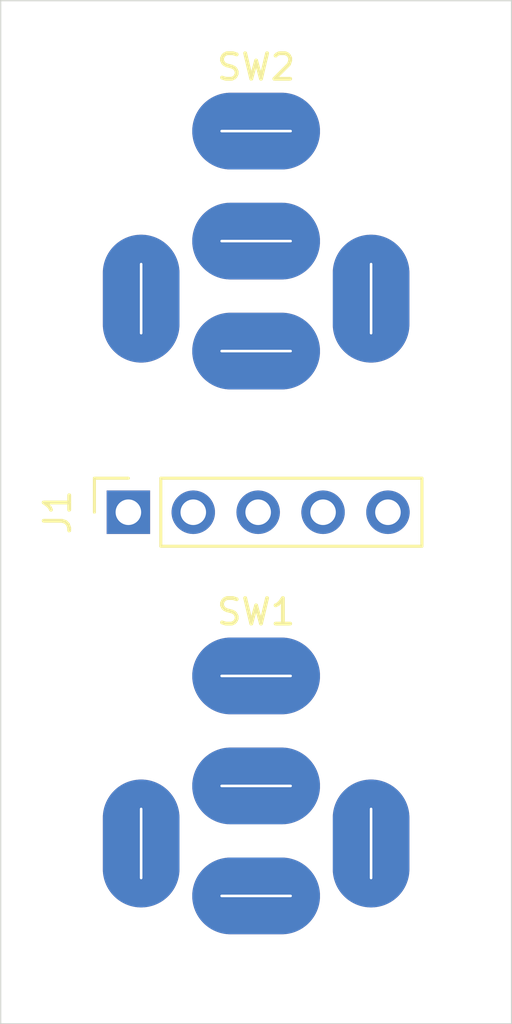
<source format=kicad_pcb>
(kicad_pcb (version 20171130) (host pcbnew 5.1.6-c6e7f7d~87~ubuntu20.04.1)

  (general
    (thickness 1.6)
    (drawings 4)
    (tracks 0)
    (zones 0)
    (modules 3)
    (nets 6)
  )

  (page A4)
  (layers
    (0 F.Cu signal)
    (31 B.Cu signal)
    (32 B.Adhes user)
    (33 F.Adhes user)
    (34 B.Paste user)
    (35 F.Paste user)
    (36 B.SilkS user)
    (37 F.SilkS user)
    (38 B.Mask user)
    (39 F.Mask user)
    (40 Dwgs.User user)
    (41 Cmts.User user)
    (42 Eco1.User user)
    (43 Eco2.User user)
    (44 Edge.Cuts user)
    (45 Margin user)
    (46 B.CrtYd user)
    (47 F.CrtYd user)
    (48 B.Fab user)
    (49 F.Fab user)
  )

  (setup
    (last_trace_width 0.25)
    (trace_clearance 0.2)
    (zone_clearance 0.508)
    (zone_45_only no)
    (trace_min 0.2)
    (via_size 0.8)
    (via_drill 0.4)
    (via_min_size 0.4)
    (via_min_drill 0.3)
    (uvia_size 0.3)
    (uvia_drill 0.1)
    (uvias_allowed no)
    (uvia_min_size 0.2)
    (uvia_min_drill 0.1)
    (edge_width 0.05)
    (segment_width 0.2)
    (pcb_text_width 0.3)
    (pcb_text_size 1.5 1.5)
    (mod_edge_width 0.12)
    (mod_text_size 1 1)
    (mod_text_width 0.15)
    (pad_size 1.524 1.524)
    (pad_drill 0.762)
    (pad_to_mask_clearance 0.05)
    (aux_axis_origin 0 0)
    (visible_elements FFFFFF7F)
    (pcbplotparams
      (layerselection 0x010fc_ffffffff)
      (usegerberextensions false)
      (usegerberattributes true)
      (usegerberadvancedattributes true)
      (creategerberjobfile true)
      (excludeedgelayer true)
      (linewidth 0.100000)
      (plotframeref false)
      (viasonmask false)
      (mode 1)
      (useauxorigin false)
      (hpglpennumber 1)
      (hpglpenspeed 20)
      (hpglpendiameter 15.000000)
      (psnegative false)
      (psa4output false)
      (plotreference true)
      (plotvalue true)
      (plotinvisibletext false)
      (padsonsilk false)
      (subtractmaskfromsilk false)
      (outputformat 1)
      (mirror false)
      (drillshape 1)
      (scaleselection 1)
      (outputdirectory ""))
  )

  (net 0 "")
  (net 1 B_led)
  (net 2 B_sig)
  (net 3 O_led)
  (net 4 O_sig)
  (net 5 GND)

  (net_class Default "This is the default net class."
    (clearance 0.2)
    (trace_width 0.25)
    (via_dia 0.8)
    (via_drill 0.4)
    (uvia_dia 0.3)
    (uvia_drill 0.1)
    (add_net B_led)
    (add_net B_sig)
    (add_net GND)
    (add_net O_led)
    (add_net O_sig)
  )

  (module Connector_PinSocket_2.54mm:PinSocket_1x05_P2.54mm_Vertical (layer F.Cu) (tedit 5A19A420) (tstamp 62505328)
    (at 126 102.9 90)
    (descr "Through hole straight socket strip, 1x05, 2.54mm pitch, single row (from Kicad 4.0.7), script generated")
    (tags "Through hole socket strip THT 1x05 2.54mm single row")
    (path /6250043C)
    (fp_text reference J1 (at 0 -2.77 90) (layer F.SilkS)
      (effects (font (size 1 1) (thickness 0.15)))
    )
    (fp_text value Conn_01x05 (at 0 12.93 90) (layer F.Fab)
      (effects (font (size 1 1) (thickness 0.15)))
    )
    (fp_line (start -1.8 11.9) (end -1.8 -1.8) (layer F.CrtYd) (width 0.05))
    (fp_line (start 1.75 11.9) (end -1.8 11.9) (layer F.CrtYd) (width 0.05))
    (fp_line (start 1.75 -1.8) (end 1.75 11.9) (layer F.CrtYd) (width 0.05))
    (fp_line (start -1.8 -1.8) (end 1.75 -1.8) (layer F.CrtYd) (width 0.05))
    (fp_line (start 0 -1.33) (end 1.33 -1.33) (layer F.SilkS) (width 0.12))
    (fp_line (start 1.33 -1.33) (end 1.33 0) (layer F.SilkS) (width 0.12))
    (fp_line (start 1.33 1.27) (end 1.33 11.49) (layer F.SilkS) (width 0.12))
    (fp_line (start -1.33 11.49) (end 1.33 11.49) (layer F.SilkS) (width 0.12))
    (fp_line (start -1.33 1.27) (end -1.33 11.49) (layer F.SilkS) (width 0.12))
    (fp_line (start -1.33 1.27) (end 1.33 1.27) (layer F.SilkS) (width 0.12))
    (fp_line (start -1.27 11.43) (end -1.27 -1.27) (layer F.Fab) (width 0.1))
    (fp_line (start 1.27 11.43) (end -1.27 11.43) (layer F.Fab) (width 0.1))
    (fp_line (start 1.27 -0.635) (end 1.27 11.43) (layer F.Fab) (width 0.1))
    (fp_line (start 0.635 -1.27) (end 1.27 -0.635) (layer F.Fab) (width 0.1))
    (fp_line (start -1.27 -1.27) (end 0.635 -1.27) (layer F.Fab) (width 0.1))
    (fp_text user %R (at 0 5.08) (layer F.Fab)
      (effects (font (size 1 1) (thickness 0.15)))
    )
    (pad 1 thru_hole rect (at 0 0 90) (size 1.7 1.7) (drill 1) (layers *.Cu *.Mask)
      (net 1 B_led))
    (pad 2 thru_hole oval (at 0 2.54 90) (size 1.7 1.7) (drill 1) (layers *.Cu *.Mask)
      (net 2 B_sig))
    (pad 3 thru_hole oval (at 0 5.08 90) (size 1.7 1.7) (drill 1) (layers *.Cu *.Mask)
      (net 3 O_led))
    (pad 4 thru_hole oval (at 0 7.62 90) (size 1.7 1.7) (drill 1) (layers *.Cu *.Mask)
      (net 4 O_sig))
    (pad 5 thru_hole oval (at 0 10.16 90) (size 1.7 1.7) (drill 1) (layers *.Cu *.Mask)
      (net 5 GND))
    (model ${KISYS3DMOD}/Connector_PinSocket_2.54mm.3dshapes/PinSocket_1x05_P2.54mm_Vertical.wrl
      (at (xyz 0 0 0))
      (scale (xyz 1 1 1))
      (rotate (xyz 0 0 0))
    )
  )

  (module pnp_box:reset_button (layer F.Cu) (tedit 6250168D) (tstamp 62505331)
    (at 131 106.3)
    (path /624FFC59)
    (fp_text reference SW1 (at 0 0.5) (layer F.SilkS)
      (effects (font (size 1 1) (thickness 0.15)))
    )
    (fp_text value SW_DIP_x02 (at 0 -0.5) (layer F.Fab)
      (effects (font (size 1 1) (thickness 0.15)))
    )
    (pad 0 thru_hole oval (at 0 3) (size 5 3) (drill oval 2.8 0.1) (layers *.Cu *.Mask))
    (pad 2 thru_hole oval (at 0 7.3) (size 5 3) (drill oval 2.8 0.1) (layers *.Cu *.Mask)
      (net 2 B_sig))
    (pad 1 thru_hole oval (at -4.5 9.55 90) (size 5 3) (drill oval 2.8 0.1) (layers *.Cu *.Mask)
      (net 1 B_led))
    (pad 4 thru_hole oval (at 4.5 9.55 270) (size 5 3) (drill oval 2.8 0.1) (layers *.Cu *.Mask)
      (net 5 GND))
    (pad 3 thru_hole oval (at 0 11.6) (size 5 3) (drill oval 2.8 0.1) (layers *.Cu *.Mask)
      (net 5 GND))
  )

  (module pnp_box:reset_button (layer F.Cu) (tedit 6250168D) (tstamp 6250533A)
    (at 131 85)
    (path /624FFD51)
    (fp_text reference SW2 (at 0 0.5) (layer F.SilkS)
      (effects (font (size 1 1) (thickness 0.15)))
    )
    (fp_text value SW_DIP_x02 (at 0 -0.5) (layer F.Fab)
      (effects (font (size 1 1) (thickness 0.15)))
    )
    (pad 3 thru_hole oval (at 0 11.6) (size 5 3) (drill oval 2.8 0.1) (layers *.Cu *.Mask)
      (net 5 GND))
    (pad 4 thru_hole oval (at 4.5 9.55 270) (size 5 3) (drill oval 2.8 0.1) (layers *.Cu *.Mask)
      (net 5 GND))
    (pad 1 thru_hole oval (at -4.5 9.55 90) (size 5 3) (drill oval 2.8 0.1) (layers *.Cu *.Mask)
      (net 3 O_led))
    (pad 2 thru_hole oval (at 0 7.3) (size 5 3) (drill oval 2.8 0.1) (layers *.Cu *.Mask)
      (net 4 O_sig))
    (pad 0 thru_hole oval (at 0 3) (size 5 3) (drill oval 2.8 0.1) (layers *.Cu *.Mask))
  )

  (gr_line (start 141 82.9) (end 141 122.9) (layer Edge.Cuts) (width 0.05))
  (gr_line (start 121 82.9) (end 141 82.9) (layer Edge.Cuts) (width 0.05))
  (gr_line (start 121 82.9) (end 121 122.9) (layer Edge.Cuts) (width 0.05))
  (gr_line (start 121 122.9) (end 141 122.9) (layer Edge.Cuts) (width 0.05))

)

</source>
